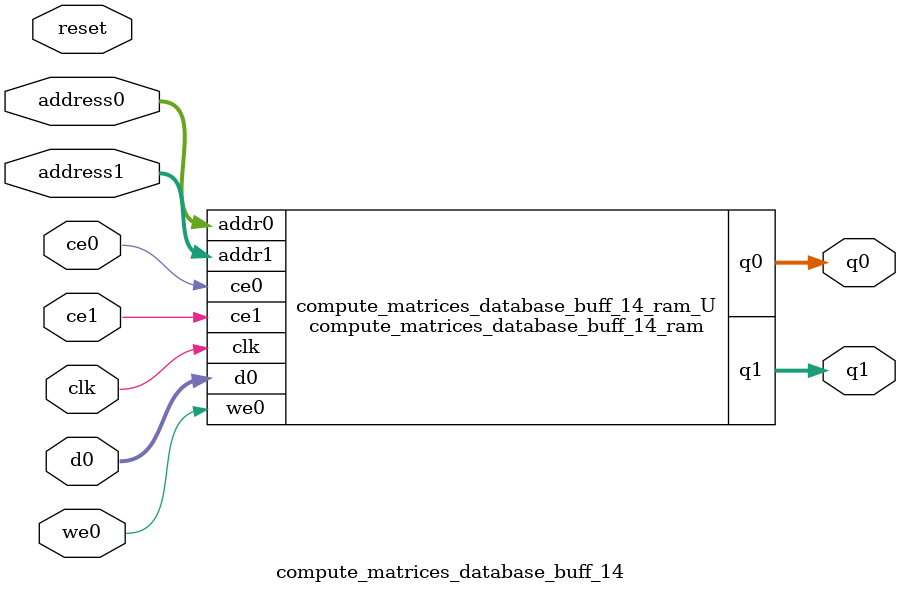
<source format=v>
`timescale 1 ns / 1 ps
module compute_matrices_database_buff_14_ram (addr0, ce0, d0, we0, q0, addr1, ce1, q1,  clk);

parameter DWIDTH = 8;
parameter AWIDTH = 13;
parameter MEM_SIZE = 4099;

input[AWIDTH-1:0] addr0;
input ce0;
input[DWIDTH-1:0] d0;
input we0;
output reg[DWIDTH-1:0] q0;
input[AWIDTH-1:0] addr1;
input ce1;
output reg[DWIDTH-1:0] q1;
input clk;

(* ram_style = "block" *)reg [DWIDTH-1:0] ram0[0:MEM_SIZE-1];



always @(posedge clk)  
begin 
    if (ce0) begin
        if (we0) 
            ram0[addr0] <= d0; 
        q0 <= ram0[addr0];
    end
end


always @(posedge clk)  
begin 
    if (ce1) begin
        q1 <= ram0[addr1];
    end
end


endmodule

`timescale 1 ns / 1 ps
module compute_matrices_database_buff_14(
    reset,
    clk,
    address0,
    ce0,
    we0,
    d0,
    q0,
    address1,
    ce1,
    q1);

parameter DataWidth = 32'd8;
parameter AddressRange = 32'd4099;
parameter AddressWidth = 32'd13;
input reset;
input clk;
input[AddressWidth - 1:0] address0;
input ce0;
input we0;
input[DataWidth - 1:0] d0;
output[DataWidth - 1:0] q0;
input[AddressWidth - 1:0] address1;
input ce1;
output[DataWidth - 1:0] q1;



compute_matrices_database_buff_14_ram compute_matrices_database_buff_14_ram_U(
    .clk( clk ),
    .addr0( address0 ),
    .ce0( ce0 ),
    .we0( we0 ),
    .d0( d0 ),
    .q0( q0 ),
    .addr1( address1 ),
    .ce1( ce1 ),
    .q1( q1 ));

endmodule


</source>
